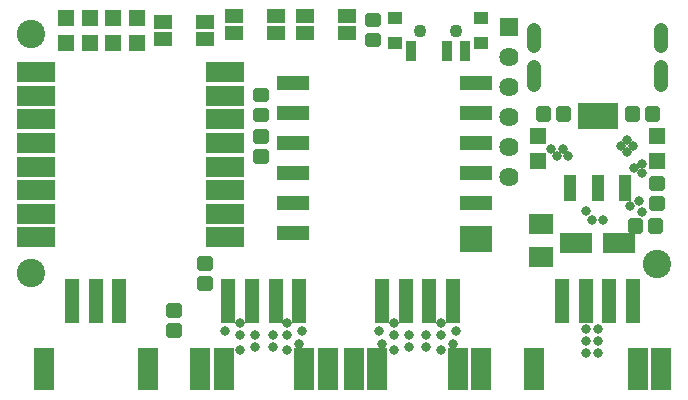
<source format=gbr>
G04 EAGLE Gerber RS-274X export*
G75*
%MOMM*%
%FSLAX34Y34*%
%LPD*%
%INSoldermask Bottom*%
%IPPOS*%
%AMOC8*
5,1,8,0,0,1.08239X$1,22.5*%
G01*
%ADD10C,2.403200*%
%ADD11R,1.603200X1.253200*%
%ADD12C,0.553472*%
%ADD13R,1.092300X2.168300*%
%ADD14R,3.392300X2.168300*%
%ADD15R,2.003200X1.803200*%
%ADD16R,1.403200X1.403200*%
%ADD17C,1.203200*%
%ADD18R,3.203200X1.703200*%
%ADD19R,2.703200X1.203200*%
%ADD20R,2.703200X2.203200*%
%ADD21R,0.903200X1.703200*%
%ADD22R,1.203200X1.003200*%
%ADD23C,1.103200*%
%ADD24R,1.703200X3.603200*%
%ADD25R,1.203200X3.703200*%
%ADD26R,1.625600X1.625600*%
%ADD27C,1.625600*%
%ADD28R,2.803200X1.803200*%
%ADD29C,0.803200*%


D10*
X22500Y305000D03*
X552500Y110000D03*
X22500Y102500D03*
D11*
X170500Y314750D03*
X170500Y300250D03*
X134500Y300250D03*
X134500Y314750D03*
X230500Y319750D03*
X230500Y305250D03*
X194500Y305250D03*
X194500Y319750D03*
D12*
X308251Y296751D02*
X315749Y296751D01*
X308251Y296751D02*
X308251Y303249D01*
X315749Y303249D01*
X315749Y296751D01*
X315749Y302009D02*
X308251Y302009D01*
X308251Y313751D02*
X315749Y313751D01*
X308251Y313751D02*
X308251Y320249D01*
X315749Y320249D01*
X315749Y313751D01*
X315749Y319009D02*
X308251Y319009D01*
X221249Y233251D02*
X213751Y233251D01*
X213751Y239749D01*
X221249Y239749D01*
X221249Y233251D01*
X221249Y238509D02*
X213751Y238509D01*
X213751Y250251D02*
X221249Y250251D01*
X213751Y250251D02*
X213751Y256749D01*
X221249Y256749D01*
X221249Y250251D01*
X221249Y255509D02*
X213751Y255509D01*
D13*
X525500Y174774D03*
X502500Y174774D03*
X479500Y174774D03*
D14*
X502500Y235226D03*
D12*
X548751Y158251D02*
X556249Y158251D01*
X548751Y158251D02*
X548751Y164749D01*
X556249Y164749D01*
X556249Y158251D01*
X556249Y163509D02*
X548751Y163509D01*
X548751Y175251D02*
X556249Y175251D01*
X548751Y175251D02*
X548751Y181749D01*
X556249Y181749D01*
X556249Y175251D01*
X556249Y180509D02*
X548751Y180509D01*
D15*
X455000Y144000D03*
X455000Y116000D03*
D12*
X173749Y114249D02*
X166251Y114249D01*
X173749Y114249D02*
X173749Y107751D01*
X166251Y107751D01*
X166251Y114249D01*
X166251Y113009D02*
X173749Y113009D01*
X173749Y97249D02*
X166251Y97249D01*
X173749Y97249D02*
X173749Y90751D01*
X166251Y90751D01*
X166251Y97249D01*
X166251Y96009D02*
X173749Y96009D01*
D16*
X452500Y218000D03*
X452500Y197000D03*
D12*
X453251Y233751D02*
X459749Y233751D01*
X453251Y233751D02*
X453251Y241249D01*
X459749Y241249D01*
X459749Y233751D01*
X459749Y239009D02*
X453251Y239009D01*
X470251Y233751D02*
X476749Y233751D01*
X470251Y233751D02*
X470251Y241249D01*
X476749Y241249D01*
X476749Y233751D01*
X476749Y239009D02*
X470251Y239009D01*
D16*
X52500Y318000D03*
X52500Y297000D03*
X72500Y318000D03*
X72500Y297000D03*
X92500Y318000D03*
X92500Y297000D03*
X112500Y318000D03*
X112500Y297000D03*
D17*
X556500Y294800D02*
X556500Y307800D01*
X448500Y307800D02*
X448500Y294800D01*
X556500Y276750D02*
X556500Y261250D01*
X448500Y261250D02*
X448500Y276750D01*
D16*
X552500Y218000D03*
X552500Y197000D03*
D12*
X140001Y74249D02*
X140001Y67751D01*
X140001Y74249D02*
X147499Y74249D01*
X147499Y67751D01*
X140001Y67751D01*
X140001Y73009D02*
X147499Y73009D01*
X140001Y57249D02*
X140001Y50751D01*
X140001Y57249D02*
X147499Y57249D01*
X147499Y50751D01*
X140001Y50751D01*
X140001Y56009D02*
X147499Y56009D01*
D18*
X187500Y272500D03*
X187500Y252500D03*
X187500Y232500D03*
X187500Y212500D03*
X187500Y192500D03*
X187500Y172500D03*
X187500Y152500D03*
X187500Y132500D03*
X27500Y132500D03*
X27500Y152500D03*
X27500Y172500D03*
X27500Y192500D03*
X27500Y212500D03*
X27500Y232500D03*
X27500Y252500D03*
X27500Y272500D03*
D19*
X245000Y136500D03*
X245000Y161900D03*
X245000Y187300D03*
X245000Y212700D03*
X245000Y238100D03*
X245000Y263500D03*
X400000Y263500D03*
X400000Y238100D03*
X400000Y212700D03*
X400000Y187300D03*
X400000Y161900D03*
D20*
X400000Y131500D03*
D21*
X390000Y290000D03*
X375000Y290000D03*
X345000Y290000D03*
D22*
X404000Y318000D03*
X331000Y318000D03*
X404000Y297000D03*
X331000Y297000D03*
D23*
X382500Y307500D03*
X352500Y307500D03*
D12*
X221249Y198251D02*
X213751Y198251D01*
X213751Y204749D01*
X221249Y204749D01*
X221249Y198251D01*
X221249Y203509D02*
X213751Y203509D01*
X213751Y215251D02*
X221249Y215251D01*
X213751Y215251D02*
X213751Y221749D01*
X221249Y221749D01*
X221249Y215251D01*
X221249Y220509D02*
X213751Y220509D01*
D11*
X290500Y319750D03*
X290500Y305250D03*
X254500Y305250D03*
X254500Y319750D03*
D24*
X33500Y21000D03*
X121500Y21000D03*
D25*
X57500Y78500D03*
X77500Y78500D03*
X97500Y78500D03*
D12*
X528251Y233751D02*
X534749Y233751D01*
X528251Y233751D02*
X528251Y241249D01*
X534749Y241249D01*
X534749Y233751D01*
X534749Y239009D02*
X528251Y239009D01*
X545251Y233751D02*
X551749Y233751D01*
X545251Y233751D02*
X545251Y241249D01*
X551749Y241249D01*
X551749Y233751D01*
X551749Y239009D02*
X545251Y239009D01*
D26*
X427500Y311000D03*
D27*
X427500Y285600D03*
X427500Y260200D03*
X427500Y234800D03*
X427500Y209400D03*
X427500Y184000D03*
D24*
X186000Y21000D03*
X254000Y21000D03*
D25*
X190000Y78500D03*
X210000Y78500D03*
X230000Y78500D03*
X250000Y78500D03*
D24*
X166000Y21000D03*
X274000Y21000D03*
X316000Y21000D03*
X384000Y21000D03*
D25*
X320000Y78500D03*
X340000Y78500D03*
X360000Y78500D03*
X380000Y78500D03*
D24*
X296000Y21000D03*
X404000Y21000D03*
D12*
X530751Y138751D02*
X537249Y138751D01*
X530751Y138751D02*
X530751Y146249D01*
X537249Y146249D01*
X537249Y138751D01*
X537249Y144009D02*
X530751Y144009D01*
X547751Y138751D02*
X554249Y138751D01*
X547751Y138751D02*
X547751Y146249D01*
X554249Y146249D01*
X554249Y138751D01*
X554249Y144009D02*
X547751Y144009D01*
D28*
X520500Y127500D03*
X484500Y127500D03*
D24*
X448500Y21000D03*
X556500Y21000D03*
D25*
X532500Y78500D03*
X512500Y78500D03*
X492500Y78500D03*
X472500Y78500D03*
D24*
X536500Y21000D03*
D29*
X522500Y210000D03*
X527500Y205000D03*
X532500Y210000D03*
X527500Y215000D03*
X382500Y53500D03*
X380000Y42500D03*
X370000Y37500D03*
X507500Y147500D03*
X497500Y147500D03*
X492500Y155000D03*
X477859Y201859D03*
X473000Y207230D03*
X467888Y201888D03*
X463388Y207388D03*
X252500Y53500D03*
X250000Y42500D03*
X240000Y37500D03*
X330000Y37500D03*
X320000Y42500D03*
X317500Y53500D03*
X187500Y53500D03*
X200000Y37500D03*
X540000Y195000D03*
X540000Y187000D03*
X533000Y191000D03*
X492500Y55000D03*
X502500Y55000D03*
X492500Y45000D03*
X502500Y45000D03*
X492500Y35000D03*
X502500Y35000D03*
X357500Y50000D03*
X357500Y40000D03*
X370020Y60000D03*
X370020Y50000D03*
X329980Y60000D03*
X329980Y50000D03*
X342500Y50000D03*
X342500Y40000D03*
X227500Y50000D03*
X227500Y40000D03*
X240020Y60000D03*
X240020Y50000D03*
X199980Y60000D03*
X199980Y50000D03*
X212500Y50000D03*
X212500Y40000D03*
X530000Y159000D03*
X538000Y163000D03*
X540000Y154000D03*
M02*

</source>
